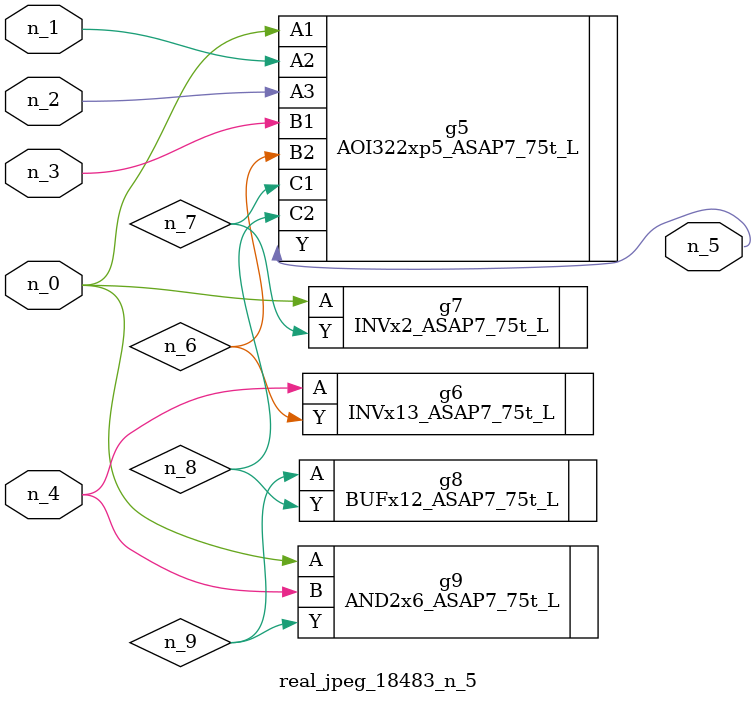
<source format=v>
module real_jpeg_18483_n_5 (n_4, n_0, n_1, n_2, n_3, n_5);

input n_4;
input n_0;
input n_1;
input n_2;
input n_3;

output n_5;

wire n_8;
wire n_6;
wire n_7;
wire n_9;

AOI322xp5_ASAP7_75t_L g5 ( 
.A1(n_0),
.A2(n_1),
.A3(n_2),
.B1(n_3),
.B2(n_6),
.C1(n_7),
.C2(n_8),
.Y(n_5)
);

INVx2_ASAP7_75t_L g7 ( 
.A(n_0),
.Y(n_7)
);

AND2x6_ASAP7_75t_L g9 ( 
.A(n_0),
.B(n_4),
.Y(n_9)
);

INVx13_ASAP7_75t_L g6 ( 
.A(n_4),
.Y(n_6)
);

BUFx12_ASAP7_75t_L g8 ( 
.A(n_9),
.Y(n_8)
);


endmodule
</source>
